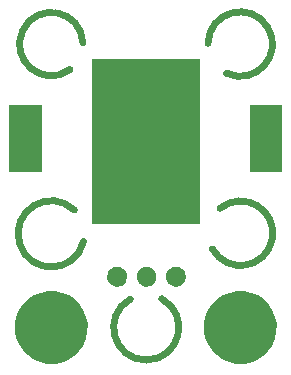
<source format=gts>
%TF.GenerationSoftware,KiCad,Pcbnew,4.0.7-e2-6376~58~ubuntu16.04.1*%
%TF.CreationDate,2018-08-07T12:57:56-07:00*%
%TF.ProjectId,3x4-CR2032-Coin-Cell-On-Off-Switch,3378342D4352323033322D436F696E2D,1.0*%
%TF.FileFunction,Soldermask,Top*%
%FSLAX46Y46*%
G04 Gerber Fmt 4.6, Leading zero omitted, Abs format (unit mm)*
G04 Created by KiCad (PCBNEW 4.0.7-e2-6376~58~ubuntu16.04.1) date Tue Aug  7 12:57:56 2018*
%MOMM*%
%LPD*%
G01*
G04 APERTURE LIST*
%ADD10C,0.350000*%
%ADD11C,0.600000*%
G04 APERTURE END LIST*
D10*
D11*
X15159520Y-62438996D02*
G75*
G03X15940500Y-65088500I-1949520J-2014504D01*
G01*
X15886926Y-48261000D02*
G75*
G03X14797500Y-50544507I-2676926J-124507D01*
G01*
X28045013Y-50851851D02*
G75*
G03X26481500Y-48324500I1163873J2467314D01*
G01*
X26854846Y-65735677D02*
G75*
G03X27497500Y-62294500I2378027J1336491D01*
G01*
X19901195Y-69976767D02*
G75*
G03X22557200Y-69951600I1350897J-2403660D01*
G01*
D10*
G36*
X13533110Y-69315847D02*
X14124055Y-69437151D01*
X14680198Y-69670932D01*
X15180334Y-70008278D01*
X15605421Y-70436343D01*
X15939266Y-70938821D01*
X16169156Y-71496576D01*
X16286264Y-72088014D01*
X16286264Y-72088024D01*
X16286331Y-72088363D01*
X16276710Y-72777416D01*
X16276633Y-72777754D01*
X16276633Y-72777762D01*
X16143057Y-73365701D01*
X15897685Y-73916816D01*
X15549937Y-74409778D01*
X15113062Y-74825809D01*
X14603700Y-75149061D01*
X14041254Y-75367219D01*
X13447147Y-75471976D01*
X12844003Y-75459342D01*
X12254800Y-75329797D01*
X11701982Y-75088277D01*
X11206607Y-74743982D01*
X10787537Y-74310023D01*
X10460738Y-73802930D01*
X10238656Y-73242014D01*
X10129755Y-72648658D01*
X10138177Y-72045441D01*
X10263606Y-71455347D01*
X10501259Y-70900858D01*
X10842091Y-70403088D01*
X11273112Y-69981000D01*
X11777913Y-69650668D01*
X12337259Y-69424677D01*
X12929845Y-69311636D01*
X13533110Y-69315847D01*
X13533110Y-69315847D01*
G37*
G36*
X29533110Y-69315847D02*
X30124055Y-69437151D01*
X30680198Y-69670932D01*
X31180334Y-70008278D01*
X31605421Y-70436343D01*
X31939266Y-70938821D01*
X32169156Y-71496576D01*
X32286264Y-72088014D01*
X32286264Y-72088024D01*
X32286331Y-72088363D01*
X32276710Y-72777416D01*
X32276633Y-72777754D01*
X32276633Y-72777762D01*
X32143057Y-73365701D01*
X31897685Y-73916816D01*
X31549937Y-74409778D01*
X31113062Y-74825809D01*
X30603700Y-75149061D01*
X30041254Y-75367219D01*
X29447147Y-75471976D01*
X28844003Y-75459342D01*
X28254800Y-75329797D01*
X27701982Y-75088277D01*
X27206607Y-74743982D01*
X26787537Y-74310023D01*
X26460738Y-73802930D01*
X26238656Y-73242014D01*
X26129755Y-72648658D01*
X26138177Y-72045441D01*
X26263606Y-71455347D01*
X26501259Y-70900858D01*
X26842091Y-70403088D01*
X27273112Y-69981000D01*
X27777913Y-69650668D01*
X28337259Y-69424677D01*
X28929845Y-69311636D01*
X29533110Y-69315847D01*
X29533110Y-69315847D01*
G37*
G36*
X18869333Y-67240803D02*
X19030348Y-67273855D01*
X19181891Y-67337557D01*
X19318163Y-67429475D01*
X19433996Y-67546118D01*
X19524958Y-67683028D01*
X19587600Y-67835009D01*
X19619458Y-67995902D01*
X19619458Y-67995912D01*
X19619526Y-67996256D01*
X19616905Y-68184009D01*
X19616827Y-68184352D01*
X19616827Y-68184355D01*
X19580487Y-68344307D01*
X19513630Y-68494471D01*
X19418874Y-68628793D01*
X19299835Y-68742154D01*
X19161043Y-68830234D01*
X19007789Y-68889677D01*
X18845909Y-68918221D01*
X18681563Y-68914778D01*
X18521018Y-68879481D01*
X18370384Y-68813670D01*
X18235408Y-68719859D01*
X18121220Y-68601614D01*
X18032173Y-68463440D01*
X17971659Y-68310599D01*
X17941987Y-68148927D01*
X17944281Y-67984562D01*
X17978459Y-67823772D01*
X18043213Y-67672686D01*
X18136084Y-67537053D01*
X18253527Y-67422044D01*
X18391076Y-67332034D01*
X18543487Y-67270456D01*
X18704952Y-67239655D01*
X18869333Y-67240803D01*
X18869333Y-67240803D01*
G37*
G36*
X21358533Y-67240803D02*
X21519548Y-67273855D01*
X21671091Y-67337557D01*
X21807363Y-67429475D01*
X21923196Y-67546118D01*
X22014158Y-67683028D01*
X22076800Y-67835009D01*
X22108658Y-67995902D01*
X22108658Y-67995912D01*
X22108726Y-67996256D01*
X22106105Y-68184009D01*
X22106027Y-68184352D01*
X22106027Y-68184355D01*
X22069687Y-68344307D01*
X22002830Y-68494471D01*
X21908074Y-68628793D01*
X21789035Y-68742154D01*
X21650243Y-68830234D01*
X21496989Y-68889677D01*
X21335109Y-68918221D01*
X21170763Y-68914778D01*
X21010218Y-68879481D01*
X20859584Y-68813670D01*
X20724608Y-68719859D01*
X20610420Y-68601614D01*
X20521373Y-68463440D01*
X20460859Y-68310599D01*
X20431187Y-68148927D01*
X20433481Y-67984562D01*
X20467659Y-67823772D01*
X20532413Y-67672686D01*
X20625284Y-67537053D01*
X20742727Y-67422044D01*
X20880276Y-67332034D01*
X21032687Y-67270456D01*
X21194152Y-67239655D01*
X21358533Y-67240803D01*
X21358533Y-67240803D01*
G37*
G36*
X23847733Y-67240803D02*
X24008748Y-67273855D01*
X24160291Y-67337557D01*
X24296563Y-67429475D01*
X24412396Y-67546118D01*
X24503358Y-67683028D01*
X24566000Y-67835009D01*
X24597858Y-67995902D01*
X24597858Y-67995912D01*
X24597926Y-67996256D01*
X24595305Y-68184009D01*
X24595227Y-68184352D01*
X24595227Y-68184355D01*
X24558887Y-68344307D01*
X24492030Y-68494471D01*
X24397274Y-68628793D01*
X24278235Y-68742154D01*
X24139443Y-68830234D01*
X23986189Y-68889677D01*
X23824309Y-68918221D01*
X23659963Y-68914778D01*
X23499418Y-68879481D01*
X23348784Y-68813670D01*
X23213808Y-68719859D01*
X23099620Y-68601614D01*
X23010573Y-68463440D01*
X22950059Y-68310599D01*
X22920387Y-68148927D01*
X22922681Y-67984562D01*
X22956859Y-67823772D01*
X23021613Y-67672686D01*
X23114484Y-67537053D01*
X23231927Y-67422044D01*
X23369476Y-67332034D01*
X23521887Y-67270456D01*
X23683352Y-67239655D01*
X23847733Y-67240803D01*
X23847733Y-67240803D01*
G37*
G36*
X25782200Y-63620200D02*
X16629800Y-63620200D01*
X16629800Y-49667800D01*
X25782200Y-49667800D01*
X25782200Y-63620200D01*
X25782200Y-63620200D01*
G37*
G36*
X32786200Y-59246200D02*
X30033800Y-59246200D01*
X30033800Y-53533800D01*
X32786200Y-53533800D01*
X32786200Y-59246200D01*
X32786200Y-59246200D01*
G37*
G36*
X12386200Y-59246200D02*
X9633800Y-59246200D01*
X9633800Y-53533800D01*
X12386200Y-53533800D01*
X12386200Y-59246200D01*
X12386200Y-59246200D01*
G37*
M02*

</source>
